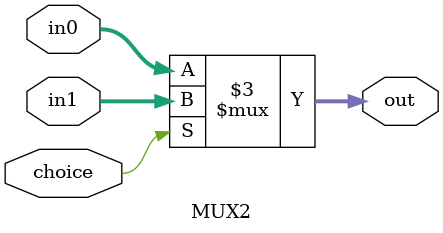
<source format=v>
`timescale 1ns / 1ps


module MUX2(
    input choice,
    input [31:0] in0,
    input [31:0] in1,
    output reg[31:0] out
    );  
    always @* begin
     out = (choice == 0) ? in0 : in1;   
    end
endmodule

</source>
